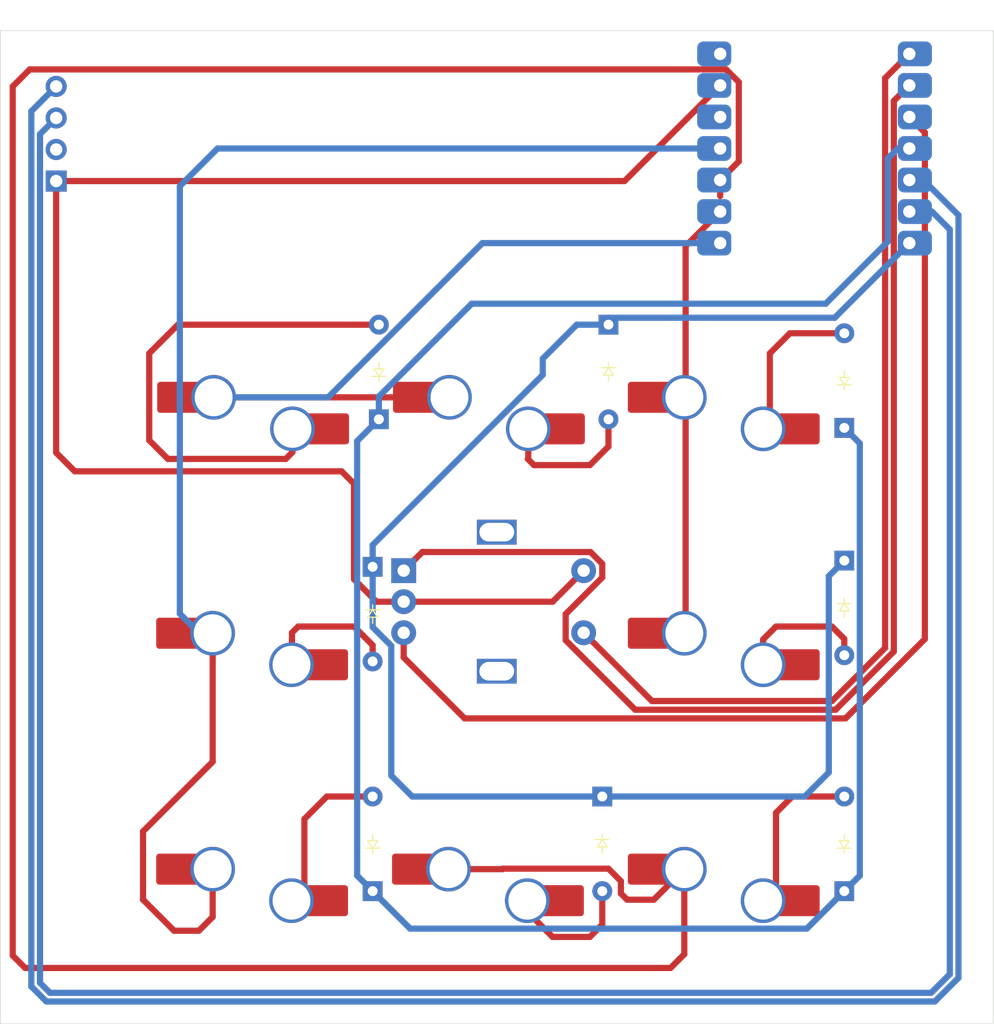
<source format=kicad_pcb>
(kicad_pcb (version 20240108) (generator "pcbnew") (generator_version "8.0")
  (layers (0 "F.Cu" signal) (31 "B.Cu" signal) (34 "B.Paste" user) (35 "F.Paste" user) (36 "B.SilkS" user "B.Silkscreen") (37 "F.SilkS" user "F.Silkscreen") (38 "B.Mask" user) (39 "F.Mask" user) (44 "Edge.Cuts" user))
  (net 0 "")
  (net 1 "ROW1")
  (net 2 "Net-(D1-A)")
  (net 3 "Net-(D2-A)")
  (net 4 "Net-(D3-A)")
  (net 5 "Net-(D4-A)")
  (net 6 "Net-(D5-A)")
  (net 7 "Net-(D6-A)")
  (net 8 "Net-(D7-A)")
  (net 9 "Net-(D8-A)")
  (net 10 "SDA")
  (net 11 "GND")
  (net 12 "SCL")
  (net 13 "+3V3R")
  (net 14 "COL1")
  (net 15 "COL2")
  (net 16 "ROTA1")
  (net 17 "ROTB1")
  (net 18 "ROTSW1")
  (net 19 "VCC")
  (net 21 "ROW2")
  (net 22 "COL3")
  (net 23 "COL4")
  (footprint "ScottoKeebs_Scotto:MX_Hotswap_1.00u" (layer "F.Cu") (at 51.285 81.81)
    (property "Reference" "K6" (hide yes))
    (property "Value" "Keyswitch")
    (pad "" np_thru_hole circle (at -4.445 -3.81 180) (size 1.75 1.75) (drill 1.75) (layers "F&B.Cu" "*.Mask") (clearance 0.1))
    (pad "" np_thru_hole circle (at 0.635 -3.81 180) (size 4 4) (drill 4) (layers "*.Cu" "*.Mask"))
    (pad "" np_thru_hole circle (at 5.715 -3.81 180) (size 1.75 1.75) (drill 1.75) (layers "*.Cu" "*.Mask"))
    (pad "1" smd roundrect (at -5.95 -1.27 180) (size 3.55 2.5) (layers "F.Cu") (roundrect_rratio 0.1) (net 22 "COL3"))
    (pad "1" thru_hole circle (at -3.175 -1.27 180) (size 3.6 3.6) (drill 3.05) (layers "*.Cu" "*.Mask") (net 22 "COL3"))
    (pad "2" thru_hole circle (at 3.175 1.27 180) (size 3.6 3.6) (drill 3.05) (layers "*.Cu" "*.Mask") (net 7 "Net-(D6-A)"))
    (pad "2" smd roundrect (at 5.955 1.27 180) (size 3.55 2.5) (layers "F.Cu") (roundrect_rratio 0.1) (net 7 "Net-(D6-A)"))
  )
  (footprint "ScottoKeebs_Components:Diode_DO-35" (layer "F.Cu") (at 42.5 44.31 90)
    (property "Reference" "D1" (hide yes))
    (property "Value" "Diode" (hide yes))
    (fp_line (start 3.46 -0.55) (end 3.46 0.55) (stroke (width 0.1)) (layer "F.SilkS"))
    (fp_line (start 4.06 -0.4) (end 4.06 0.4) (stroke (width 0.1)) (layer "F.SilkS"))
    (fp_line (start 4.06 0) (end 4.56 0) (stroke (width 0.1)) (layer "F.SilkS"))
    (fp_line (start 3.46 0) (end 4.06 -0.4) (stroke (width 0.1)) (layer "F.SilkS"))
    (fp_line (start 3.06 0) (end 3.46 0) (stroke (width 0.1)) (layer "F.SilkS"))
    (fp_line (start 4.06 0.4) (end 3.46 0) (stroke (width 0.1)) (layer "F.SilkS"))
    (pad "1" thru_hole rect (at 0 0 90) (size 1.6 1.6) (drill 0.8) (layers "*.Cu" "*.Mask") (net 1 "ROW1"))
    (pad "2" thru_hole oval (at 7.62 0 90) (size 1.6 1.6) (drill 0.8) (layers "*.Cu" "*.Mask") (net 2 "Net-(D1-A)"))
  )
  (footprint "ScottoKeebs_Components:Diode_DO-35" (layer "F.Cu") (at 60.5 74.69 -90)
    (property "Reference" "D6" (hide yes))
    (property "Value" "Diode" (hide yes))
    (fp_line (start 4.06 0.4) (end 3.46 0) (stroke (width 0.1)) (layer "F.SilkS"))
    (fp_line (start 3.06 0) (end 3.46 0) (stroke (width 0.1)) (layer "F.SilkS"))
    (fp_line (start 3.46 0) (end 4.06 -0.4) (stroke (width 0.1)) (layer "F.SilkS"))
    (fp_line (start 4.06 0) (end 4.56 0) (stroke (width 0.1)) (layer "F.SilkS"))
    (fp_line (start 4.06 -0.4) (end 4.06 0.4) (stroke (width 0.1)) (layer "F.SilkS"))
    (fp_line (start 3.46 -0.55) (end 3.46 0.55) (stroke (width 0.1)) (layer "F.SilkS"))
    (pad "1" thru_hole rect (at 0 0 270) (size 1.6 1.6) (drill 0.8) (layers "*.Cu" "*.Mask") (net 21 "ROW2"))
    (pad "2" thru_hole oval (at 7.62 0 270) (size 1.6 1.6) (drill 0.8) (layers "*.Cu" "*.Mask") (net 7 "Net-(D6-A)"))
  )
  (footprint "ScottoKeebs_Scotto:MX_Hotswap_1.00u" (layer "F.Cu") (at 70.285 81.81)
    (property "Reference" "K5" (hide yes))
    (property "Value" "Keyswitch")
    (pad "" np_thru_hole circle (at -4.445 -3.81 180) (size 1.75 1.75) (drill 1.75) (layers "F&B.Cu" "*.Mask") (clearance 0.1))
    (pad "" np_thru_hole circle (at 0.635 -3.81 180) (size 4 4) (drill 4) (layers "*.Cu" "*.Mask"))
    (pad "" np_thru_hole circle (at 5.715 -3.81 180) (size 1.75 1.75) (drill 1.75) (layers "*.Cu" "*.Mask"))
    (pad "1" smd roundrect (at -5.95 -1.27 180) (size 3.55 2.5) (layers "F.Cu") (roundrect_rratio 0.1) (net 22 "COL3"))
    (pad "1" thru_hole circle (at -3.175 -1.27 180) (size 3.6 3.6) (drill 3.05) (layers "*.Cu" "*.Mask") (net 22 "COL3"))
    (pad "2" thru_hole circle (at 3.175 1.27 180) (size 3.6 3.6) (drill 3.05) (layers "*.Cu" "*.Mask") (net 6 "Net-(D5-A)"))
    (pad "2" smd roundrect (at 5.955 1.27 180) (size 3.55 2.5) (layers "F.Cu") (roundrect_rratio 0.1) (net 6 "Net-(D5-A)"))
  )
  (footprint "ScottoKeebs_Scotto:Encoder_EC11_MX" (layer "F.Cu") (at 52 59)
    (property "Reference" "SW1" (hide yes))
    (property "Value" "RotaryEncoder_Switch" (hide yes))
    (pad "A" thru_hole rect (at -7.5 -2.5) (size 2 2) (drill 1) (layers "*.Cu" "*.Mask") (net 16 "ROTA1"))
    (pad "B" thru_hole circle (at -7.5 2.5) (size 2 2) (drill 1) (layers "*.Cu" "*.Mask") (net 17 "ROTB1"))
    (pad "C" thru_hole circle (at -7.5 0) (size 2 2) (drill 1) (layers "*.Cu" "*.Mask") (net 11 "GND"))
    (pad "MP" thru_hole rect (at 0 -5.6) (size 3.2 2) (drill oval 2.8 1.5) (layers "*.Cu" "*.Mask"))
    (pad "MP" thru_hole rect (at 0 5.6) (size 3.2 2) (drill oval 2.8 1.5) (layers "*.Cu" "*.Mask"))
    (pad "S1" thru_hole circle (at 7 2.5) (size 2 2) (drill 1) (layers "*.Cu" "*.Mask") (net 18 "ROTSW1"))
    (pad "S2" thru_hole circle (at 7 -2.5) (size 2 2) (drill 1) (layers "*.Cu" "*.Mask") (net 11 "GND"))
  )
  (footprint "ScottoKeebs_Components:Diode_DO-35" (layer "F.Cu") (at 80 55.69 -90)
    (property "Reference" "D4" (hide yes))
    (property "Value" "Diode" (hide yes))
    (fp_line (start 4.06 0.4) (end 3.46 0) (stroke (width 0.1)) (layer "F.SilkS"))
    (fp_line (start 3.06 0) (end 3.46 0) (stroke (width 0.1)) (layer "F.SilkS"))
    (fp_line (start 3.46 0) (end 4.06 -0.4) (stroke (width 0.1)) (layer "F.SilkS"))
    (fp_line (start 4.06 0) (end 4.56 0) (stroke (width 0.1)) (layer "F.SilkS"))
    (fp_line (start 4.06 -0.4) (end 4.06 0.4) (stroke (width 0.1)) (layer "F.SilkS"))
    (fp_line (start 3.46 -0.55) (end 3.46 0.55) (stroke (width 0.1)) (layer "F.SilkS"))
    (pad "1" thru_hole rect (at 0 0 270) (size 1.6 1.6) (drill 0.8) (layers "*.Cu" "*.Mask") (net 21 "ROW2"))
    (pad "2" thru_hole oval (at 7.62 0 270) (size 1.6 1.6) (drill 0.8) (layers "*.Cu" "*.Mask") (net 5 "Net-(D4-A)"))
  )
  (footprint "ScottoKeebs_Scotto:MX_Hotswap_1.00u" (layer "F.Cu") (at 32.285 81.81)
    (property "Reference" "K7" (hide yes))
    (property "Value" "Keyswitch")
    (pad "" np_thru_hole circle (at -4.445 -3.81 180) (size 1.75 1.75) (drill 1.75) (layers "F&B.Cu" "*.Mask") (clearance 0.1))
    (pad "" np_thru_hole circle (at 0.635 -3.81 180) (size 4 4) (drill 4) (layers "*.Cu" "*.Mask"))
    (pad "" np_thru_hole circle (at 5.715 -3.81 180) (size 1.75 1.75) (drill 1.75) (layers "*.Cu" "*.Mask"))
    (pad "1" smd roundrect (at -5.95 -1.27 180) (size 3.55 2.5) (layers "F.Cu") (roundrect_rratio 0.1) (net 23 "COL4"))
    (pad "1" thru_hole circle (at -3.175 -1.27 180) (size 3.6 3.6) (drill 3.05) (layers "*.Cu" "*.Mask") (net 23 "COL4"))
    (pad "2" thru_hole circle (at 3.175 1.27 180) (size 3.6 3.6) (drill 3.05) (layers "*.Cu" "*.Mask") (net 8 "Net-(D7-A)"))
    (pad "2" smd roundrect (at 5.955 1.27 180) (size 3.55 2.5) (layers "F.Cu") (roundrect_rratio 0.1) (net 8 "Net-(D7-A)"))
  )
  (footprint "ScottoKeebs_Components:Diode_DO-35" (layer "F.Cu") (at 80 45 90)
    (property "Reference" "D3" (hide yes))
    (property "Value" "Diode" (hide yes))
    (fp_line (start 3.46 -0.55) (end 3.46 0.55) (stroke (width 0.1)) (layer "F.SilkS"))
    (fp_line (start 4.06 -0.4) (end 4.06 0.4) (stroke (width 0.1)) (layer "F.SilkS"))
    (fp_line (start 4.06 0) (end 4.56 0) (stroke (width 0.1)) (layer "F.SilkS"))
    (fp_line (start 3.46 0) (end 4.06 -0.4) (stroke (width 0.1)) (layer "F.SilkS"))
    (fp_line (start 3.06 0) (end 3.46 0) (stroke (width 0.1)) (layer "F.SilkS"))
    (fp_line (start 4.06 0.4) (end 3.46 0) (stroke (width 0.1)) (layer "F.SilkS"))
    (pad "1" thru_hole rect (at 0 0 90) (size 1.6 1.6) (drill 0.8) (layers "*.Cu" "*.Mask") (net 1 "ROW1"))
    (pad "2" thru_hole oval (at 7.62 0 90) (size 1.6 1.6) (drill 0.8) (layers "*.Cu" "*.Mask") (net 4 "Net-(D3-A)"))
  )
  (footprint "ScottoKeebs_Components:OLED_128x32" (layer "F.Cu") (at 14.9 15.32)
    (property "Reference" "J1" (hide yes))
    (property "Value" "OLED_128x32")
    (pad "1" thru_hole rect (at 1.6 9.8 180) (size 1.7 1.7) (drill 1) (layers "*.Cu" "*.Mask") (net 11 "GND"))
    (pad "2" thru_hole oval (at 1.6 7.26 180) (size 1.7 1.7) (drill 1) (layers "*.Cu" "*.Mask") (net 13 "+3V3R"))
    (pad "3" thru_hole oval (at 1.6 4.72 180) (size 1.7 1.7) (drill 1) (layers "*.Cu" "*.Mask") (net 12 "SCL"))
    (pad "4" thru_hole oval (at 1.6 2.18 180) (size 1.7 1.7) (drill 1) (layers "*.Cu" "*.Mask") (net 10 "SDA"))
  )
  (footprint "ScottoKeebs_Components:Diode_DO-35" (layer "F.Cu") (at 42 56.19 -90)
    (property "Reference" "D8" (hide yes))
    (property "Value" "Diode" (hide yes))
    (fp_line (start 4.06 0.4) (end 3.46 0) (stroke (width 0.1)) (layer "F.SilkS"))
    (fp_line (start 3.06 0) (end 3.46 0) (stroke (width 0.1)) (layer "F.SilkS"))
    (fp_line (start 3.46 0) (end 4.06 -0.4) (stroke (width 0.1)) (layer "F.SilkS"))
    (fp_line (start 4.06 0) (end 4.56 0) (stroke (width 0.1)) (layer "F.SilkS"))
    (fp_line (start 4.06 -0.4) (end 4.06 0.4) (stroke (width 0.1)) (layer "F.SilkS"))
    (fp_line (start 3.46 -0.55) (end 3.46 0.55) (stroke (width 0.1)) (layer "F.SilkS"))
    (pad "1" thru_hole rect (at 0 0 270) (size 1.6 1.6) (drill 0.8) (layers "*.Cu" "*.Mask") (net 21 "ROW2"))
    (pad "2" thru_hole oval (at 7.62 0 270) (size 1.6 1.6) (drill 0.8) (layers "*.Cu" "*.Mask") (net 9 "Net-(D8-A)"))
  )
  (footprint "ScottoKeebs_Scotto:MX_Hotswap_1.00u" (layer "F.Cu") (at 70.285 62.81)
    (property "Reference" "K4" (hide yes))
    (property "Value" "Keyswitch")
    (pad "" np_thru_hole circle (at -4.445 -3.81 180) (size 1.75 1.75) (drill 1.75) (layers "F&B.Cu" "*.Mask") (clearance 0.1))
    (pad "" np_thru_hole circle (at 0.635 -3.81 180) (size 4 4) (drill 4) (layers "*.Cu" "*.Mask"))
    (pad "" np_thru_hole circle (at 5.715 -3.81 180) (size 1.75 1.75) (drill 1.75) (layers "*.Cu" "*.Mask"))
    (pad "1" smd roundrect (at -5.95 -1.27 180) (size 3.55 2.5) (layers "F.Cu") (roundrect_rratio 0.1) (net 15 "COL2"))
    (pad "1" thru_hole circle (at -3.175 -1.27 180) (size 3.6 3.6) (drill 3.05) (layers "*.Cu" "*.Mask") (net 15 "COL2"))
    (pad "2" thru_hole circle (at 3.175 1.27 180) (size 3.6 3.6) (drill 3.05) (layers "*.Cu" "*.Mask") (net 5 "Net-(D4-A)"))
    (pad "2" smd roundrect (at 5.955 1.27 180) (size 3.55 2.5) (layers "F.Cu") (roundrect_rratio 0.1) (net 5 "Net-(D4-A)"))
  )
  (footprint "ScottoKeebs_Scotto:MX_Hotswap_1.00u" (layer "F.Cu") (at 32.365 43.81)
    (property "Reference" "K1" (hide yes))
    (property "Value" "Keyswitch")
    (pad "" np_thru_hole circle (at -4.445 -3.81 180) (size 1.75 1.75) (drill 1.75) (layers "F&B.Cu" "*.Mask") (clearance 0.1))
    (pad "" np_thru_hole circle (at 0.635 -3.81 180) (size 4 4) (drill 4) (layers "*.Cu" "*.Mask"))
    (pad "" np_thru_hole circle (at 5.715 -3.81 180) (size 1.75 1.75) (drill 1.75) (layers "*.Cu" "*.Mask"))
    (pad "1" smd roundrect (at -5.95 -1.27 180) (size 3.55 2.5) (layers "F.Cu") (roundrect_rratio 0.1) (net 14 "COL1"))
    (pad "1" thru_hole circle (at -3.175 -1.27 180) (size 3.6 3.6) (drill 3.05) (layers "*.Cu" "*.Mask") (net 14 "COL1"))
    (pad "2" thru_hole circle (at 3.175 1.27 180) (size 3.6 3.6) (drill 3.05) (layers "*.Cu" "*.Mask") (net 2 "Net-(D1-A)"))
    (pad "2" smd roundrect (at 5.955 1.27 180) (size 3.55 2.5) (layers "F.Cu") (roundrect_rratio 0.1) (net 2 "Net-(D1-A)"))
  )
  (footprint "ScottoKeebs_Components:Diode_DO-35" (layer "F.Cu") (at 80 82.31 90)
    (property "Reference" "D5" (hide yes))
    (property "Value" "Diode" (hide yes))
    (fp_line (start 3.46 -0.55) (end 3.46 0.55) (stroke (width 0.1)) (layer "F.SilkS"))
    (fp_line (start 4.06 -0.4) (end 4.06 0.4) (stroke (width 0.1)) (layer "F.SilkS"))
    (fp_line (start 4.06 0) (end 4.56 0) (stroke (width 0.1)) (layer "F.SilkS"))
    (fp_line (start 3.46 0) (end 4.06 -0.4) (stroke (width 0.1)) (layer "F.SilkS"))
    (fp_line (start 3.06 0) (end 3.46 0) (stroke (width 0.1)) (layer "F.SilkS"))
    (fp_line (start 4.06 0.4) (end 3.46 0) (stroke (width 0.1)) (layer "F.SilkS"))
    (pad "1" thru_hole rect (at 0 0 90) (size 1.6 1.6) (drill 0.8) (layers "*.Cu" "*.Mask") (net 1 "ROW1"))
    (pad "2" thru_hole oval (at 7.62 0 90) (size 1.6 1.6) (drill 0.8) (layers "*.Cu" "*.Mask") (net 6 "Net-(D5-A)"))
  )
  (footprint "ScottoKeebs_Components:Diode_DO-35" (layer "F.Cu") (at 61 36.69 -90)
    (property "Reference" "D2" (hide yes))
    (property "Value" "Diode" (hide yes))
    (fp_line (start 4.06 0.4) (end 3.46 0) (stroke (width 0.1)) (layer "F.SilkS"))
    (fp_line (start 3.06 0) (end 3.46 0) (stroke (width 0.1)) (layer "F.SilkS"))
    (fp_line (start 3.46 0) (end 4.06 -0.4) (stroke (width 0.1)) (layer "F.SilkS"))
    (fp_line (start 4.06 0) (end 4.56 0) (stroke (width 0.1)) (layer "F.SilkS"))
    (fp_line (start 4.06 -0.4) (end 4.06 0.4) (stroke (width 0.1)) (layer "F.SilkS"))
    (fp_line (start 3.46 -0.55) (end 3.46 0.55) (stroke (width 0.1)) (layer "F.SilkS"))
    (pad "1" thru_hole rect (at 0 0 270) (size 1.6 1.6) (drill 0.8) (layers "*.Cu" "*.Mask") (net 21 "ROW2"))
    (pad "2" thru_hole oval (at 7.62 0 270) (size 1.6 1.6) (drill 0.8) (layers "*.Cu" "*.Mask") (net 3 "Net-(D2-A)"))
  )
  (footprint "ScottoKeebs_Scotto:MX_Hotswap_1.00u" (layer "F.Cu") (at 32.285 62.81)
    (property "Reference" "K8" (hide yes))
    (property "Value" "Keyswitch")
    (pad "" np_thru_hole circle (at -4.445 -3.81 180) (size 1.75 1.75) (drill 1.75) (layers "F&B.Cu" "*.Mask") (clearance 0.1))
    (pad "" np_thru_hole circle (at 0.635 -3.81 180) (size 4 4) (drill 4) (layers "*.Cu" "*.Mask"))
    (pad "" np_thru_hole circle (at 5.715 -3.81 180) (size 1.75 1.75) (drill 1.75) (layers "*.Cu" "*.Mask"))
    (pad "1" smd roundrect (at -5.95 -1.27 180) (size 3.55 2.5) (layers "F.Cu") (roundrect_rratio 0.1) (net 23 "COL4"))
    (pad "1" thru_hole circle (at -3.175 -1.27 180) (size 3.6 3.6) (drill 3.05) (layers "*.Cu" "*.Mask") (net 23 "COL4"))
    (pad "2" thru_hole circle (at 3.175 1.27 180) (size 3.6 3.6) (drill 3.05) (layers "*.Cu" "*.Mask") (net 9 "Net-(D8-A)"))
    (pad "2" smd roundrect (at 5.955 1.27 180) (size 3.55 2.5) (layers "F.Cu") (roundrect_rratio 0.1) (net 9 "Net-(D8-A)"))
  )
  (footprint "ScottoKeebs_Components:Diode_DO-35" (layer "F.Cu") (at 42 82.31 90)
    (property "Reference" "D7" (hide yes))
    (property "Value" "Diode" (hide yes))
    (fp_line (start 3.46 -0.55) (end 3.46 0.55) (stroke (width 0.1)) (layer "F.SilkS"))
    (fp_line (start 4.06 -0.4) (end 4.06 0.4) (stroke (width 0.1)) (layer "F.SilkS"))
    (fp_line (start 4.06 0) (end 4.56 0) (stroke (width 0.1)) (layer "F.SilkS"))
    (fp_line (start 3.46 0) (end 4.06 -0.4) (stroke (width 0.1)) (layer "F.SilkS"))
    (fp_line (start 3.06 0) (end 3.46 0) (stroke (width 0.1)) (layer "F.SilkS"))
    (fp_line (start 4.06 0.4) (end 3.46 0) (stroke (width 0.1)) (layer "F.SilkS"))
    (pad "1" thru_hole rect (at 0 0 90) (size 1.6 1.6) (drill 0.8) (layers "*.Cu" "*.Mask") (net 1 "ROW1"))
    (pad "2" thru_hole oval (at 7.62 0 90) (size 1.6 1.6) (drill 0.8) (layers "*.Cu" "*.Mask") (net 8 "Net-(D7-A)"))
  )
  (footprint "ScottoKeebs_Scotto:MX_Hotswap_1.00u" (layer "F.Cu") (at 51.365 43.81)
    (property "Reference" "K2" (hide yes))
    (property "Value" "Keyswitch")
    (pad "" np_thru_hole circle (at -4.445 -3.81 180) (size 1.75 1.75) (drill 1.75) (layers "F&B.Cu" "*.Mask") (clearance 0.1))
    (pad "" np_thru_hole circle (at 0.635 -3.81 180) (size 4 4) (drill 4) (layers "*.Cu" "*.Mask"))
    (pad "" np_thru_hole circle (at 5.715 -3.81 180) (size 1.75 1.75) (drill 1.75) (layers "*.Cu" "*.Mask"))
    (pad "1" smd roundrect (at -5.95 -1.27 180) (size 3.55 2.5) (layers "F.Cu") (roundrect_rratio 0.1) (net 14 "COL1"))
    (pad "1" thru_hole circle (at -3.175 -1.27 180) (size 3.6 3.6) (drill 3.05) (layers "*.Cu" "*.Mask") (net 14 "COL1"))
    (pad "2" thru_hole circle (at 3.175 1.27 180) (size 3.6 3.6) (drill 3.05) (layers "*.Cu" "*.Mask") (net 3 "Net-(D2-A)"))
    (pad "2" smd roundrect (at 5.955 1.27 180) (size 3.55 2.5) (layers "F.Cu") (roundrect_rratio 0.1) (net 3 "Net-(D2-A)"))
  )
  (footprint "ScottoKeebs_Scotto:MX_Hotswap_1.00u" (layer "F.Cu") (at 70.285 43.81)
    (property "Reference" "K3" (hide yes))
    (property "Value" "Keyswitch")
    (pad "" np_thru_hole circle (at -4.445 -3.81 180) (size 1.75 1.75) (drill 1.75) (layers "F&B.Cu" "*.Mask") (clearance 0.1))
    (pad "" np_thru_hole circle (at 0.635 -3.81 180) (size 4 4) (drill 4) (layers "*.Cu" "*.Mask"))
    (pad "" np_thru_hole circle (at 5.715 -3.81 180) (size 1.75 1.75) (drill 1.75) (layers "*.Cu" "*.Mask"))
    (pad "1" smd roundrect (at -5.95 -1.27 180) (size 3.55 2.5) (layers "F.Cu") (roundrect_rratio 0.1) (net 15 "COL2"))
    (pad "1" thru_hole circle (at -3.175 -1.27 180) (size 3.6 3.6) (drill 3.05) (layers "*.Cu" "*.Mask") (net 15 "COL2"))
    (pad "2" thru_hole circle (at 3.175 1.27 180) (size 3.6 3.6) (drill 3.05) (layers "*.Cu" "*.Mask") (net 4 "Net-(D3-A)"))
    (pad "2" smd roundrect (at 5.955 1.27 180) (size 3.55 2.5) (layers "F.Cu") (roundrect_rratio 0.1) (net 4 "Net-(D3-A)"))
  )
  (footprint "ScottoKeebs_MCU:Seeed_XIAO_RP2040" (layer "B.Cu") (at 77.62 22.5 180)
    (property "Reference" "U2" (hide yes))
    (property "Value" "MCU_Seeed_XIAO_RP2040")
    (pad "1" smd roundrect (at -8.065 7.62 180) (size 2.75 2) (layers "B.Cu" "B.Paste" "B.Mask") (net 18 "ROTSW1"))
    (pad "1" thru_hole rect (at -7.62 7.62 90) (size 1.6 1.6) (drill 1) (layers "*.Cu" "*.Mask") (net 18 "ROTSW1"))
    (pad "2" smd roundrect (at -8.065 5.08 180) (size 2.75 2) (layers "B.Cu" "B.Paste" "B.Mask") (net 16 "ROTA1"))
    (pad "2" thru_hole circle (at -7.62 5.08 90) (size 1.6 1.6) (drill 1) (layers "*.Cu" "*.Mask") (net 16 "ROTA1"))
    (pad "3" smd roundrect (at -8.065 2.54 180) (size 2.75 2) (layers "B.Cu" "B.Paste" "B.Mask") (net 17 "ROTB1"))
    (pad "3" thru_hole circle (at -7.62 2.54 90) (size 1.6 1.6) (drill 1) (layers "*.Cu" "*.Mask") (net 17 "ROTB1"))
    (pad "4" smd roundrect (at -8.065 0 180) (size 2.75 2) (layers "B.Cu" "B.Paste" "B.Mask") (net 1 "ROW1"))
    (pad "4" thru_hole circle (at -7.62 0 90) (size 1.6 1.6) (drill 1) (layers "*.Cu" "*.Mask") (net 1 "ROW1"))
    (pad "5" smd roundrect (at -8.065 -2.54 180) (size 2.75 2) (layers "B.Cu" "B.Paste" "B.Mask") (net 10 "SDA"))
    (pad "5" thru_hole circle (at -7.62 -2.54 90) (size 1.6 1.6) (drill 1) (layers "*.Cu" "*.Mask") (net 10 "SDA"))
    (pad "6" smd roundrect (at -8.065 -5.08 180) (size 2.75 2) (layers "B.Cu" "B.Paste" "B.Mask") (net 12 "SCL"))
    (pad "6" thru_hole circle (at -7.62 -5.08 90) (size 1.6 1.6) (drill 1) (layers "*.Cu" "*.Mask") (net 12 "SCL"))
    (pad "7" smd roundrect (at -8.065 -7.62 180) (size 2.75 2) (layers "B.Cu" "B.Paste" "B.Mask") (net 21 "ROW2"))
    (pad "7" thru_hole circle (at -7.62 -7.62 90) (size 1.6 1.6) (drill 1) (layers "*.Cu" "*.Mask") (net 21 "ROW2"))
    (pad "8" thru_hole circle (at 7.62 -7.62 90) (size 1.6 1.6) (drill 1) (layers "*.Cu" "*.Mask") (net 14 "COL1"))
    (pad "8" smd roundrect (at 8.1 -7.62 180) (size 2.75 2) (layers "B.Cu" "B.Paste" "B.Mask") (net 14 "COL1"))
    (pad "9" thru_hole circle (at 7.62 -5.08 90) (size 1.6 1.6) (drill 1) (layers "*.Cu" "*.Mask") (net 15 "COL2"))
    (pad "9" smd roundrect (at 8.1 -5.08 180) (size 2.75 2) (layers "B.Cu" "B.Paste" "B.Mask") (net 15 "COL2"))
    (pad "10" thru_hole circle (at 7.62 -2.54 90) (size 1.6 1.6) (drill 1) (layers "*.Cu" "*.Mask") (net 22 "COL3"))
    (pad "10" smd roundrect (at 8.1 -2.54 180) (size 2.75 2) (layers "B.Cu" "B.Paste" "B.Mask") (net 22 "COL3"))
    (pad "11" thru_hole circle (at 7.62 0 90) (size 1.6 1.6) (drill 1) (layers "*.Cu" "*.Mask") (net 23 "COL4"))
    (pad "11" smd roundrect (at 8.1 0 180) (size 2.75 2) (layers "B.Cu" "B.Paste" "B.Mask") (net 23 "COL4"))
    (pad "12" thru_hole circle (at 7.62 2.54 90) (size 1.6 1.6) (drill 1) (layers "*.Cu" "*.Mask"))
    (pad "12" smd roundrect (at 8.1 2.54 180) (size 2.75 2) (layers "B.Cu" "B.Paste" "B.Mask"))
    (pad "13" thru_hole circle (at 7.62 5.08 90) (size 1.6 1.6) (drill 1) (layers "*.Cu" "*.Mask") (net 11 "GND"))
    (pad "13" smd roundrect (at 8.1 5.08 180) (size 2.75 2) (layers "B.Cu" "B.Paste" "B.Mask") (net 11 "GND"))
    (pad "14" thru_hole circle (at 7.62 7.62 90) (size 1.6 1.6) (drill 1) (layers "*.Cu" "*.Mask") (net 19 "VCC"))
    (pad "14" smd roundrect (at 8.1 7.62 180) (size 2.75 2) (layers "B.Cu" "B.Paste" "B.Mask") (net 19 "VCC"))
  )
  (gr_rect (start 12 13) (end 92 93) (stroke (width 0.05)) (fill none) (layer "Edge.Cuts"))
  (segment (start 81.25 46.25) (end 81.25 81.06) (width 0.5) (layer "B.Cu") (net 1))
  (segment (start 76.98 85.33) (end 45.02 85.33) (width 0.5) (layer "B.Cu") (net 1))
  (segment (start 80 45) (end 81.25 46.25) (width 0.5) (layer "B.Cu") (net 1))
  (segment (start 49.975456 35) (end 78.5 35) (width 0.5) (layer "B.Cu") (net 1))
  (segment (start 78.5 35) (end 83.5 30) (width 0.5) (layer "B.Cu") (net 1))
  (segment (start 83.5 23.31) (end 84.31 22.5) (width 0.5) (layer "B.Cu") (net 1))
  (segment (start 42 82.31) (end 40.75 81.06) (width 0.5) (layer "B.Cu") (net 1))
  (segment (start 83.5 30) (end 83.5 23.31) (width 0.5) (layer "B.Cu") (net 1))
  (segment (start 40.75 46.06) (end 42.5 44.31) (width 0.5) (layer "B.Cu") (net 1))
  (segment (start 40.75 81.06) (end 40.75 46.06) (width 0.5) (layer "B.Cu") (net 1))
  (segment (start 42.5 44.31) (end 42.5 42.475456) (width 0.5) (layer "B.Cu") (net 1))
  (segment (start 45.02 85.33) (end 42 82.31) (width 0.5) (layer "B.Cu") (net 1))
  (segment (start 84.31 22.5) (end 85.685 22.5) (width 0.5) (layer "B.Cu") (net 1))
  (segment (start 81.25 81.06) (end 80 82.31) (width 0.5) (layer "B.Cu") (net 1))
  (segment (start 80 82.31) (end 76.98 85.33) (width 0.5) (layer "B.Cu") (net 1))
  (segment (start 42.5 42.475456) (end 49.975456 35) (width 0.5) (layer "B.Cu") (net 1))
  (segment (start 35.54 45.08) (end 38.32 45.08) (width 0.5) (layer "F.Cu") (net 2))
  (segment (start 24 39) (end 26.31 36.69) (width 0.5) (layer "F.Cu") (net 2))
  (segment (start 25.5 47.5) (end 24 46) (width 0.5) (layer "F.Cu") (net 2))
  (segment (start 35.54 45.08) (end 35.54 46.96) (width 0.5) (layer "F.Cu") (net 2))
  (segment (start 26.31 36.69) (end 42.5 36.69) (width 0.5) (layer "F.Cu") (net 2))
  (segment (start 24 46) (end 24 39) (width 0.5) (layer "F.Cu") (net 2))
  (segment (start 35.54 46.96) (end 35 47.5) (width 0.5) (layer "F.Cu") (net 2))
  (segment (start 35 47.5) (end 25.5 47.5) (width 0.5) (layer "F.Cu") (net 2))
  (segment (start 59.5 48) (end 55 48) (width 0.5) (layer "F.Cu") (net 3))
  (segment (start 61 44.31) (end 61 46.5) (width 0.5) (layer "F.Cu") (net 3))
  (segment (start 55 48) (end 54.5 47.5) (width 0.5) (layer "F.Cu") (net 3))
  (segment (start 54.54 47.46) (end 54.54 45.08) (width 0.5) (layer "F.Cu") (net 3))
  (segment (start 54.5 47.5) (end 54.54 47.46) (width 0.5) (layer "F.Cu") (net 3))
  (segment (start 61 46.5) (end 59.5 48) (width 0.5) (layer "F.Cu") (net 3))
  (segment (start 74 44.54) (end 73.46 45.08) (width 0.5) (layer "F.Cu") (net 4))
  (segment (start 80 37.38) (end 75.62 37.38) (width 0.5) (layer "F.Cu") (net 4))
  (segment (start 75.62 37.38) (end 74 39) (width 0.5) (layer "F.Cu") (net 4))
  (segment (start 74 39) (end 74 44.54) (width 0.5) (layer "F.Cu") (net 4))
  (segment (start 73.46 65.46) (end 73.46 64.08) (width 0.5) (layer "F.Cu") (net 5))
  (segment (start 80 62) (end 79 61) (width 0.5) (layer "F.Cu") (net 5))
  (segment (start 80 63.31) (end 80 62) (width 0.5) (layer "F.Cu") (net 5))
  (segment (start 74.5 61) (end 73.46 62.04) (width 0.5) (layer "F.Cu") (net 5))
  (segment (start 73.46 62.04) (end 73.46 64.08) (width 0.5) (layer "F.Cu") (net 5))
  (segment (start 79 61) (end 74.5 61) (width 0.5) (layer "F.Cu") (net 5))
  (segment (start 73.46 63.73) (end 73.46 64.08) (width 0.5) (layer "B.Cu") (net 5))
  (segment (start 75.81 74.69) (end 74.5 76) (width 0.5) (layer "F.Cu") (net 6))
  (segment (start 74.5 82.04) (end 73.46 83.08) (width 0.5) (layer "F.Cu") (net 6))
  (segment (start 80 74.69) (end 75.81 74.69) (width 0.5) (layer "F.Cu") (net 6))
  (segment (start 74.5 76) (end 74.5 82.04) (width 0.5) (layer "F.Cu") (net 6))
  (segment (start 56.5 86) (end 54.46 83.96) (width 0.5) (layer "F.Cu") (net 7))
  (segment (start 60.5 85) (end 59.5 86) (width 0.5) (layer "F.Cu") (net 7))
  (segment (start 59.5 86) (end 56.5 86) (width 0.5) (layer "F.Cu") (net 7))
  (segment (start 60.5 82.31) (end 60.5 85) (width 0.5) (layer "F.Cu") (net 7))
  (segment (start 54.46 83.96) (end 54.46 83.08) (width 0.5) (layer "F.Cu") (net 7))
  (segment (start 36.5 82.04) (end 35.46 83.08) (width 0.5) (layer "F.Cu") (net 8))
  (segment (start 36.5 76.5) (end 36.5 82.04) (width 0.5) (layer "F.Cu") (net 8))
  (segment (start 42 74.69) (end 38.31 74.69) (width 0.5) (layer "F.Cu") (net 8))
  (segment (start 38.31 74.69) (end 36.5 76.5) (width 0.5) (layer "F.Cu") (net 8))
  (segment (start 36 61) (end 35.5 61.5) (width 0.5) (layer "F.Cu") (net 9))
  (segment (start 42 62.5) (end 40.5 61) (width 0.5) (layer "F.Cu") (net 9))
  (segment (start 35.5 64.04) (end 35.46 64.08) (width 0.5) (layer "F.Cu") (net 9))
  (segment (start 42 63.81) (end 42 62.5) (width 0.5) (layer "F.Cu") (net 9))
  (segment (start 40.5 61) (end 36 61) (width 0.5) (layer "F.Cu") (net 9))
  (segment (start 35.5 61.5) (end 35.5 64.04) (width 0.5) (layer "F.Cu") (net 9))
  (segment (start 16.5 17.5) (end 14.5 19.5) (width 0.5) (layer "B.Cu") (net 10))
  (segment (start 89.2 27.86863) (end 86.37137 25.04) (width 0.5) (layer "B.Cu") (net 10))
  (segment (start 15.71005 91.2) (end 87.28995 91.2) (width 0.5) (layer "B.Cu") (net 10))
  (segment (start 89.2 89.28995) (end 89.2 27.86863) (width 0.5) (layer "B.Cu") (net 10))
  (segment (start 14.5 19.5) (end 14.5 89.98995) (width 0.5) (layer "B.Cu") (net 10))
  (segment (start 14.5 89.98995) (end 15.71005 91.2) (width 0.5) (layer "B.Cu") (net 10))
  (segment (start 87.28995 91.2) (end 89.2 89.28995) (width 0.5) (layer "B.Cu") (net 10))
  (segment (start 86.37137 25.04) (end 85.685 25.04) (width 0.5) (layer "B.Cu") (net 10))
  (segment (start 40.5 49.5) (end 39.5 48.5) (width 0.5) (layer "F.Cu") (net 11))
  (segment (start 16.5 25.12) (end 62.3 25.12) (width 0.5) (layer "F.Cu") (net 11))
  (segment (start 40.5 57.19) (end 40.5 49.5) (width 0.5) (layer "F.Cu") (net 11))
  (segment (start 16.5 47) (end 16.5 25.12) (width 0.5) (layer "F.Cu") (net 11))
  (segment (start 56.5 59) (end 59 56.5) (width 0.5) (layer "F.Cu") (net 11))
  (segment (start 18 48.5) (end 16.5 47) (width 0.5) (layer "F.Cu") (net 11))
  (segment (start 44.5 59) (end 56.5 59) (width 0.5) (layer "F.Cu") (net 11))
  (segment (start 42.31 59) (end 40.5 57.19) (width 0.5) (layer "F.Cu") (net 11))
  (segment (start 62.3 25.12) (end 70 17.42) (width 0.5) (layer "F.Cu") (net 11))
  (segment (start 39.5 48.5) (end 18 48.5) (width 0.5) (layer "F.Cu") (net 11))
  (segment (start 44.5 59) (end 42.31 59) (width 0.5) (layer "F.Cu") (net 11))
  (segment (start 87.06 27.58) (end 85.685 27.58) (width 0.5) (layer "B.Cu") (net 12))
  (segment (start 16.5 20.04) (end 15.2 21.34) (width 0.5) (layer "B.Cu") (net 12))
  (segment (start 88.5 29.02) (end 87.06 27.58) (width 0.5) (layer "B.Cu") (net 12))
  (segment (start 15.2 21.34) (end 15.2 89.7) (width 0.5) (layer "B.Cu") (net 12))
  (segment (start 15.2 89.7) (end 16 90.5) (width 0.5) (layer "B.Cu") (net 12))
  (segment (start 87 90.5) (end 88.5 89) (width 0.5) (layer "B.Cu") (net 12))
  (segment (start 88.5 89) (end 88.5 29.02) (width 0.5) (layer "B.Cu") (net 12))
  (segment (start 16 90.5) (end 87 90.5) (width 0.5) (layer "B.Cu") (net 12))
  (segment (start 29.19 42.54) (end 48.19 42.54) (width 0.5) (layer "F.Cu") (net 14))
  (segment (start 29.19 42.54) (end 29.21 42.56) (width 0.5) (layer "F.Cu") (net 14))
  (segment (start 50.837767 30.12) (end 38.417767 42.54) (width 0.5) (layer "B.Cu") (net 14))
  (segment (start 69.52 30.12) (end 50.837767 30.12) (width 0.5) (layer "B.Cu") (net 14))
  (segment (start 38.417767 42.54) (end 29.19 42.54) (width 0.5) (layer "B.Cu") (net 14))
  (segment (start 67.215 42.645) (end 67.215 61.435) (width 0.5) (layer "F.Cu") (net 15))
  (segment (start 67.11 42.54) (end 67.215 42.645) (width 0.5) (layer "F.Cu") (net 15))
  (segment (start 67.215 42.435) (end 67.215 30.365) (width 0.5) (layer "F.Cu") (net 15))
  (segment (start 67.215 61.435) (end 67.11 61.54) (width 0.5) (layer "F.Cu") (net 15))
  (segment (start 67.11 42.54) (end 67.215 42.435) (width 0.5) (layer "F.Cu") (net 15))
  (segment (start 67.215 30.365) (end 70 27.58) (width 0.5) (layer "F.Cu") (net 15))
  (segment (start 46 55) (end 44.5 56.5) (width 0.5) (layer "F.Cu") (net 16))
  (segment (start 59.55061 55) (end 46 55) (width 0.5) (layer "F.Cu") (net 16))
  (segment (start 83.99 18.67) (end 83.99 63.01) (width 0.5) (layer "F.Cu") (net 16))
  (segment (start 57.55 62.10061) (end 57.55 60.00061) (width 0.5) (layer "F.Cu") (net 16))
  (segment (start 85.24 17.42) (end 83.99 18.67) (width 0.5) (layer "F.Cu") (net 16))
  (segment (start 57.55 60.00061) (end 60.5 57.05061) (width 0.5) (layer "F.Cu") (net 16))
  (segment (start 83.99 63.01) (end 79.3 67.7) (width 0.5) (layer "F.Cu") (net 16))
  (segment (start 60.5 55.94939) (end 59.55061 55) (width 0.5) (layer "F.Cu") (net 16))
  (segment (start 79.3 67.7) (end 63.14939 67.7) (width 0.5) (layer "F.Cu") (net 16))
  (segment (start 60.5 57.05061) (end 60.5 55.94939) (width 0.5) (layer "F.Cu") (net 16))
  (segment (start 63.14939 67.7) (end 57.55 62.10061) (width 0.5) (layer "F.Cu") (net 16))
  (segment (start 44.5 61.5) (end 44.5 63.489949) (width 0.5) (layer "F.Cu") (net 17))
  (segment (start 86.49 62.01) (end 86.49 21.21) (width 0.5) (layer "F.Cu") (net 17))
  (segment (start 49.41005 68.399999) (end 49.41005 68.4) (width 0.5) (layer "F.Cu") (net 17))
  (segment (start 49.41005 68.4) (end 80.1 68.4) (width 0.5) (layer "F.Cu") (net 17))
  (segment (start 86.49 21.21) (end 85.24 19.96) (width 0.5) (layer "F.Cu") (net 17))
  (segment (start 80.1 68.4) (end 86.49 62.01) (width 0.5) (layer "F.Cu") (net 17))
  (segment (start 44.5 63.489949) (end 49.41005 68.399999) (width 0.5) (layer "F.Cu") (net 17))
  (segment (start 79.01005 67) (end 83.29 62.72005) (width 0.5) (layer "F.Cu") (net 18))
  (segment (start 83.29 62.72005) (end 83.29 16.83) (width 0.5) (layer "F.Cu") (net 18))
  (segment (start 64.5 67) (end 79.01005 67) (width 0.5) (layer "F.Cu") (net 18))
  (segment (start 83.29 16.83) (end 85.24 14.88) (width 0.5) (layer "F.Cu") (net 18))
  (segment (start 59 61.5) (end 64.5 67) (width 0.5) (layer "F.Cu") (net 18))
  (segment (start 55.705 40.733019) (end 55.705 39.430456) (width 0.5) (layer "B.Cu") (net 21))
  (segment (start 42 56.19) (end 42 54.438019) (width 0.5) (layer "B.Cu") (net 21))
  (segment (start 78.75 72.75) (end 76.81 74.69) (width 0.5) (layer "B.Cu") (net 21))
  (segment (start 80 55.69) (end 78.75 56.94) (width 0.5) (layer "B.Cu") (net 21))
  (segment (start 55.705 39.430456) (end 58.445456 36.69) (width 0.5) (layer "B.Cu") (net 21))
  (segment (start 61.56 36.13) (end 79.23 36.13) (width 0.5) (layer "B.Cu") (net 21))
  (segment (start 78.75 56.94) (end 78.75 72.75) (width 0.5) (layer "B.Cu") (net 21))
  (segment (start 61 36.69) (end 61.56 36.13) (width 0.5) (layer "B.Cu") (net 21))
  (segment (start 42 54.438019) (end 55.705 40.733019) (width 0.5) (layer "B.Cu") (net 21))
  (segment (start 76.81 74.69) (end 60.5 74.69) (width 0.5) (layer "B.Cu") (net 21))
  (segment (start 43.5 73) (end 43.5 62.55061) (width 0.5) (layer "B.Cu") (net 21))
  (segment (start 43.5 62.55061) (end 42 61.05061) (width 0.5) (layer "B.Cu") (net 21))
  (segment (start 58.445456 36.69) (end 61 36.69) (width 0.5) (layer "B.Cu") (net 21))
  (segment (start 42 61.05061) (end 42 56.19) (width 0.5) (layer "B.Cu") (net 21))
  (segment (start 45.19 74.69) (end 43.5 73) (width 0.5) (layer "B.Cu") (net 21))
  (segment (start 79.23 36.13) (end 85.24 30.12) (width 0.5) (layer "B.Cu") (net 21))
  (segment (start 60.5 74.69) (end 45.19 74.69) (width 0.5) (layer "B.Cu") (net 21))
  (segment (start 71.5 23.54) (end 70 25.04) (width 0.5) (layer "F.Cu") (net 22))
  (segment (start 64.65 83) (end 62.5 83) (width 0.5) (layer "F.Cu") (net 22))
  (segment (start 70 25.04) (end 70 26.33) (width 0.5) (layer "F.Cu") (net 22))
  (segment (start 71.5 17.152233) (end 71.5 23.54) (width 0.5) (layer "F.Cu") (net 22))
  (segment (start 13 87.5) (end 13 17.5) (width 0.5) (layer "F.Cu") (net 22))
  (segment (start 52.5 80.5) (end 52.46 80.54) (width 0.5) (layer "F.Cu") (net 22))
  (segment (start 67.11 80.54) (end 64.65 83) (width 0.5) (layer "F.Cu") (net 22))
  (segment (start 61 80.5) (end 52.5 80.5) (width 0.5) (layer "F.Cu") (net 22))
  (segment (start 14.37 16.13) (end 70.477767 16.13) (width 0.5) (layer "F.Cu") (net 22))
  (segment (start 62 82.5) (end 62 81.5) (width 0.5) (layer "F.Cu") (net 22))
  (segment (start 70.477767 16.13) (end 71.5 17.152233) (width 0.5) (layer "F.Cu") (net 22))
  (segment (start 67.11 80.54) (end 67.11 87.39) (width 0.5) (layer "F.Cu") (net 22))
  (segment (start 62 81.5) (end 61 80.5) (width 0.5) (layer "F.Cu") (net 22))
  (segment (start 14 88.5) (end 13 87.5) (width 0.5) (layer "F.Cu") (net 22))
  (segment (start 13 17.5) (end 14.37 16.13) (width 0.5) (layer "F.Cu") (net 22))
  (segment (start 66 88.5) (end 14 88.5) (width 0.5) (layer "F.Cu") (net 22))
  (segment (start 52.46 80.54) (end 48.11 80.54) (width 0.5) (layer "F.Cu") (net 22))
  (segment (start 62.5 83) (end 62 82.5) (width 0.5) (layer "F.Cu") (net 22))
  (segment (start 67.11 87.39) (end 66 88.5) (width 0.5) (layer "F.Cu") (net 22))
  (segment (start 23.5 77.5) (end 23.5 83) (width 0.5) (layer "F.Cu") (net 23))
  (segment (start 29.11 84.39) (end 29.11 80.54) (width 0.5) (layer "F.Cu") (net 23))
  (segment (start 29.11 61.54) (end 29.11 71.89) (width 0.5) (layer "F.Cu") (net 23))
  (segment (start 29.11 71.89) (end 23.5 77.5) (width 0.5) (layer "F.Cu") (net 23))
  (segment (start 23.5 83) (end 26 85.5) (width 0.5) (layer "F.Cu") (net 23))
  (segment (start 29.215 61.645) (end 29.11 61.54) (width 0.5) (layer "F.Cu") (net 23))
  (segment (start 29.11 80.54) (end 29.215 80.435) (width 0.5) (layer "F.Cu") (net 23))
  (segment (start 28 85.5) (end 29.11 84.39) (width 0.5) (layer "F.Cu") (net 23))
  (segment (start 26 85.5) (end 28 85.5) (width 0.5) (layer "F.Cu") (net 23))
  (segment (start 29.5 22.5) (end 69.52 22.5) (width 0.5) (layer "B.Cu") (net 23))
  (segment (start 26.465 25.535) (end 29.5 22.5) (width 0.5) (layer "B.Cu") (net 23))
  (segment (start 28.04 61.54) (end 26.465 59.965) (width 0.5) (layer "B.Cu") (net 23))
  (segment (start 26.465 59.965) (end 26.465 25.535) (width 0.5) (layer "B.Cu") (net 23))
  (segment (start 29.11 61.54) (end 28.04 61.54) (width 0.5) (layer "B.Cu") (net 23))
)
</source>
